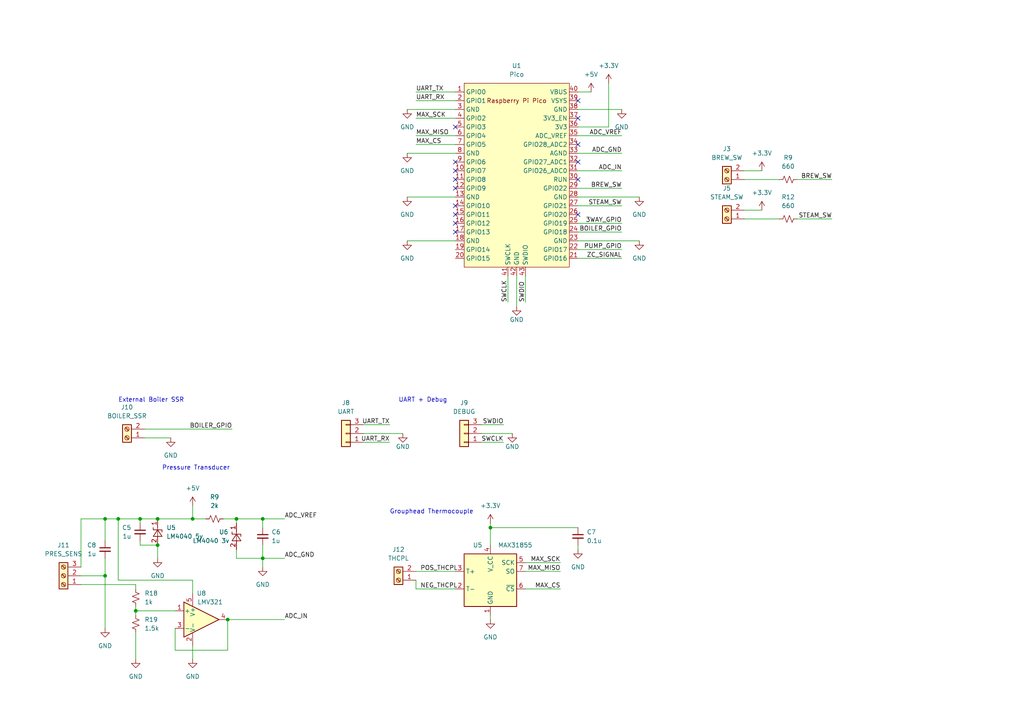
<source format=kicad_sch>
(kicad_sch (version 20230121) (generator eeschema)
  (paper "A4")
  (lib_symbols
    (symbol "Amplifier_Operational:LMV321" (pin_names (offset 0.127))
      (property "Reference" "U" (at 0 5.08 0))
      (property "Value" "LMV321" (at 0 -5.08 0))
      (symbol "LMV321_0_1"
        (polyline (pts (xy -5.08 5.08) (xy 5.08 0) (xy -5.08 -5.08) (xy -5.08 5.08)) (stroke (width 0.254)) (fill (type background)))
        (pin power_in line (at -2.54 -7.62 90) (length 3.81) (name "V-") (number "2"))
        (pin power_in line (at -2.54 7.62 270) (length 3.81) (name "V+") (number "5"))
      )
      (symbol "LMV321_1_1"
        (pin input line (at -7.62 2.54 0) (length 2.54) (name "+") (number "1"))
        (pin input line (at -7.62 -2.54 0) (length 2.54) (name "-") (number "3"))
        (pin output line (at 7.62 0 180) (length 2.54) (name "~") (number "4"))
      )
    )
    (symbol "Connector:Screw_Terminal_01x02" (pin_names (offset 1.016) hide)
      (property "Reference" "J" (at 0 2.54 0))
      (property "Value" "Screw_Terminal_01x02" (at 0 -5.08 0))
      (symbol "Screw_Terminal_01x02_1_1"
        (rectangle (start -1.27 1.27) (end 1.27 -3.81) (stroke (width 0.254)) (fill (type background)))
        (circle (center 0 -2.54) (radius 0.635) (stroke (width 0.1524)))
        (polyline (pts (xy -0.5334 -2.2098) (xy 0.3302 -3.048)) (stroke (width 0.1524)))
        (polyline (pts (xy -0.5334 0.3302) (xy 0.3302 -0.508)) (stroke (width 0.1524)))
        (polyline (pts (xy -0.3556 -2.032) (xy 0.508 -2.8702)) (stroke (width 0.1524)))
        (polyline (pts (xy -0.3556 0.508) (xy 0.508 -0.3302)) (stroke (width 0.1524)))
        (circle (center 0 0) (radius 0.635) (stroke (width 0.1524)))
        (pin passive line (at -5.08 0 0) (length 3.81) (name "Pin_1") (number "1"))
        (pin passive line (at -5.08 -2.54 0) (length 3.81) (name "Pin_2") (number "2"))
      )
    )
    (symbol "Connector:Screw_Terminal_01x03" (pin_names (offset 1.016) hide)
      (property "Reference" "J" (at 0 5.08 0))
      (property "Value" "Screw_Terminal_01x03" (at 0 -5.08 0))
      (symbol "Screw_Terminal_01x03_1_1"
        (rectangle (start -1.27 3.81) (end 1.27 -3.81) (stroke (width 0.254)) (fill (type background)))
        (circle (center 0 -2.54) (radius 0.635) (stroke (width 0.1524)))
        (polyline (pts (xy -0.5334 -2.2098) (xy 0.3302 -3.048)) (stroke (width 0.1524)))
        (polyline (pts (xy -0.5334 0.3302) (xy 0.3302 -0.508)) (stroke (width 0.1524)))
        (polyline (pts (xy -0.5334 2.8702) (xy 0.3302 2.032)) (stroke (width 0.1524)))
        (polyline (pts (xy -0.3556 -2.032) (xy 0.508 -2.8702)) (stroke (width 0.1524)))
        (polyline (pts (xy -0.3556 0.508) (xy 0.508 -0.3302)) (stroke (width 0.1524)))
        (polyline (pts (xy -0.3556 3.048) (xy 0.508 2.2098)) (stroke (width 0.1524)))
        (circle (center 0 0) (radius 0.635) (stroke (width 0.1524)))
        (circle (center 0 2.54) (radius 0.635) (stroke (width 0.1524)))
        (pin passive line (at -5.08 2.54 0) (length 3.81) (name "Pin_1") (number "1"))
        (pin passive line (at -5.08 0 0) (length 3.81) (name "Pin_2") (number "2"))
        (pin passive line (at -5.08 -2.54 0) (length 3.81) (name "Pin_3") (number "3"))
      )
    )
    (symbol "Connector_Generic:Conn_01x03" (pin_names (offset 1.016) hide)
      (property "Reference" "J" (at 0 5.08 0))
      (property "Value" "Conn_01x03" (at 0 -5.08 0))
      (symbol "Conn_01x03_1_1"
        (rectangle (start -1.27 -2.413) (end 0 -2.667) (stroke (width 0.1524)))
        (rectangle (start -1.27 0.127) (end 0 -0.127) (stroke (width 0.1524)))
        (rectangle (start -1.27 2.667) (end 0 2.413) (stroke (width 0.1524)))
        (rectangle (start -1.27 3.81) (end 1.27 -3.81) (stroke (width 0.254)) (fill (type background)))
        (pin passive line (at -5.08 2.54 0) (length 3.81) (name "Pin_1") (number "1"))
        (pin passive line (at -5.08 0 0) (length 3.81) (name "Pin_2") (number "2"))
        (pin passive line (at -5.08 -2.54 0) (length 3.81) (name "Pin_3") (number "3"))
      )
    )
    (symbol "Device:C_Small" (pin_numbers hide) (pin_names (offset 0.254) hide)
      (property "Reference" "C" (at 0.254 1.778 0))
      (property "Value" "C_Small" (at 0.254 -2.032 0))
      (symbol "C_Small_0_1"
        (polyline (pts (xy -1.524 -0.508) (xy 1.524 -0.508)) (stroke (width 0.3302)))
        (polyline (pts (xy -1.524 0.508) (xy 1.524 0.508)) (stroke (width 0.3048)))
      )
      (symbol "C_Small_1_1"
        (pin passive line (at 0 2.54 270) (length 2.032) (name "~") (number "1"))
        (pin passive line (at 0 -2.54 90) (length 2.032) (name "~") (number "2"))
      )
    )
    (symbol "Device:R_Small_US" (pin_numbers hide) (pin_names (offset 0.254) hide)
      (property "Reference" "R" (at 0.762 0.508 0))
      (property "Value" "R_Small_US" (at 0.762 -1.016 0))
      (symbol "R_Small_US_1_1"
        (polyline (pts (xy 0 0) (xy 1.016 -0.381) (xy 0 -0.762) (xy -1.016 -1.143) (xy 0 -1.524)))
        (polyline (pts (xy 0 1.524) (xy 1.016 1.143) (xy 0 0.762) (xy -1.016 0.381) (xy 0 0)))
        (pin passive line (at 0 2.54 270) (length 1.016) (name "~") (number "1"))
        (pin passive line (at 0 -2.54 90) (length 1.016) (name "~") (number "2"))
      )
    )
    (symbol "MCU_RaspberryPi_and_Boards:Pico"
      (property "Reference" "U" (at -13.97 27.94 0))
      (property "Value" "Pico" (at 0 19.05 0))
      (symbol "Pico_0_0"
        (text "Raspberry Pi Pico" (at 0 21.59 0) (effects (font (size 1.27 1.27))))
      )
      (symbol "Pico_0_1"
        (rectangle (start -15.24 26.67) (end 15.24 -26.67) (fill (type background)))
      )
      (symbol "Pico_1_1"
        (pin bidirectional line (at -17.78 24.13 0) (length 2.54) (name "GPIO0") (number "1"))
        (pin bidirectional line (at -17.78 1.27 0) (length 2.54) (name "GPIO7") (number "10"))
        (pin bidirectional line (at -17.78 -1.27 0) (length 2.54) (name "GPIO8") (number "11"))
        (pin bidirectional line (at -17.78 -3.81 0) (length 2.54) (name "GPIO9") (number "12"))
        (pin power_in line (at -17.78 -6.35 0) (length 2.54) (name "GND") (number "13"))
        (pin bidirectional line (at -17.78 -8.89 0) (length 2.54) (name "GPIO10") (number "14"))
        (pin bidirectional line (at -17.78 -11.43 0) (length 2.54) (name "GPIO11") (number "15"))
        (pin bidirectional line (at -17.78 -13.97 0) (length 2.54) (name "GPIO12") (number "16"))
        (pin bidirectional line (at -17.78 -16.51 0) (length 2.54) (name "GPIO13") (number "17"))
        (pin power_in line (at -17.78 -19.05 0) (length 2.54) (name "GND") (number "18"))
        (pin bidirectional line (at -17.78 -21.59 0) (length 2.54) (name "GPIO14") (number "19"))
        (pin bidirectional line (at -17.78 21.59 0) (length 2.54) (name "GPIO1") (number "2"))
        (pin bidirectional line (at -17.78 -24.13 0) (length 2.54) (name "GPIO15") (number "20"))
        (pin bidirectional line (at 17.78 -24.13 180) (length 2.54) (name "GPIO16") (number "21"))
        (pin bidirectional line (at 17.78 -21.59 180) (length 2.54) (name "GPIO17") (number "22"))
        (pin power_in line (at 17.78 -19.05 180) (length 2.54) (name "GND") (number "23"))
        (pin bidirectional line (at 17.78 -16.51 180) (length 2.54) (name "GPIO18") (number "24"))
        (pin bidirectional line (at 17.78 -13.97 180) (length 2.54) (name "GPIO19") (number "25"))
        (pin bidirectional line (at 17.78 -11.43 180) (length 2.54) (name "GPIO20") (number "26"))
        (pin bidirectional line (at 17.78 -8.89 180) (length 2.54) (name "GPIO21") (number "27"))
        (pin power_in line (at 17.78 -6.35 180) (length 2.54) (name "GND") (number "28"))
        (pin bidirectional line (at 17.78 -3.81 180) (length 2.54) (name "GPIO22") (number "29"))
        (pin power_in line (at -17.78 19.05 0) (length 2.54) (name "GND") (number "3"))
        (pin input line (at 17.78 -1.27 180) (length 2.54) (name "RUN") (number "30"))
        (pin bidirectional line (at 17.78 1.27 180) (length 2.54) (name "GPIO26_ADC0") (number "31"))
        (pin bidirectional line (at 17.78 3.81 180) (length 2.54) (name "GPIO27_ADC1") (number "32"))
        (pin power_in line (at 17.78 6.35 180) (length 2.54) (name "AGND") (number "33"))
        (pin bidirectional line (at 17.78 8.89 180) (length 2.54) (name "GPIO28_ADC2") (number "34"))
        (pin power_in line (at 17.78 11.43 180) (length 2.54) (name "ADC_VREF") (number "35"))
        (pin power_in line (at 17.78 13.97 180) (length 2.54) (name "3V3") (number "36"))
        (pin input line (at 17.78 16.51 180) (length 2.54) (name "3V3_EN") (number "37"))
        (pin bidirectional line (at 17.78 19.05 180) (length 2.54) (name "GND") (number "38"))
        (pin power_in line (at 17.78 21.59 180) (length 2.54) (name "VSYS") (number "39"))
        (pin bidirectional line (at -17.78 16.51 0) (length 2.54) (name "GPIO2") (number "4"))
        (pin power_in line (at 17.78 24.13 180) (length 2.54) (name "VBUS") (number "40"))
        (pin input line (at -2.54 -29.21 90) (length 2.54) (name "SWCLK") (number "41"))
        (pin power_in line (at 0 -29.21 90) (length 2.54) (name "GND") (number "42"))
        (pin bidirectional line (at 2.54 -29.21 90) (length 2.54) (name "SWDIO") (number "43"))
        (pin bidirectional line (at -17.78 13.97 0) (length 2.54) (name "GPIO3") (number "5"))
        (pin bidirectional line (at -17.78 11.43 0) (length 2.54) (name "GPIO4") (number "6"))
        (pin bidirectional line (at -17.78 8.89 0) (length 2.54) (name "GPIO5") (number "7"))
        (pin power_in line (at -17.78 6.35 0) (length 2.54) (name "GND") (number "8"))
        (pin bidirectional line (at -17.78 3.81 0) (length 2.54) (name "GPIO6") (number "9"))
      )
    )
    (symbol "Reference_Voltage:LM4040DBZ-3" (pin_names (offset 0.0254) hide)
      (property "Reference" "U" (at 0 2.54 0))
      (property "Value" "LM4040DBZ-3" (at 0 -3.175 0))
      (symbol "LM4040DBZ-3_0_1"
        (polyline (pts (xy -1.27 0) (xy 0 0) (xy 1.27 0)))
        (polyline (pts (xy -1.27 -1.27) (xy 0.635 0) (xy -1.27 1.27) (xy -1.27 -1.27)) (stroke (width 0.2032)))
        (polyline (pts (xy 0 -1.27) (xy 0.635 -1.27) (xy 0.635 1.27) (xy 1.27 1.27)) (stroke (width 0.2032)))
      )
      (symbol "LM4040DBZ-3_1_1"
        (pin passive line (at 3.81 0 180) (length 2.54) (name "K") (number "1"))
        (pin passive line (at -3.81 0 0) (length 2.54) (name "A") (number "2"))
      )
    )
    (symbol "Sensor_Temperature:MAX31855KASA"
      (property "Reference" "U" (at -7.62 8.89 0))
      (property "Value" "MAX31855KASA" (at 1.27 8.89 0))
      (symbol "MAX31855KASA_0_1"
        (rectangle (start -7.62 7.62) (end 7.62 -7.62) (stroke (width 0.254)) (fill (type background)))
      )
      (symbol "MAX31855KASA_1_1"
        (pin power_in line (at 0 -10.16 90) (length 2.54) (name "GND") (number "1"))
        (pin passive line (at -10.16 -2.54 0) (length 2.54) (name "T-") (number "2"))
        (pin passive line (at -10.16 2.54 0) (length 2.54) (name "T+") (number "3"))
        (pin power_in line (at 0 10.16 270) (length 2.54) (name "V_CC") (number "4"))
        (pin input line (at 10.16 5.08 180) (length 2.54) (name "SCK") (number "5"))
        (pin input line (at 10.16 -2.54 180) (length 2.54) (name "~{CS}") (number "6"))
        (pin tri_state line (at 10.16 2.54 180) (length 2.54) (name "SO") (number "7"))
      )
    )
    (symbol "power:+3.3V" (power) (pin_names (offset 0))
      (property "Value" "+3.3V" (at 0 3.556 0))
      (symbol "+3.3V_0_1"
        (polyline (pts (xy -0.762 1.27) (xy 0 2.54)))
        (polyline (pts (xy 0 0) (xy 0 2.54)))
        (polyline (pts (xy 0 2.54) (xy 0.762 1.27)))
      )
      (symbol "+3.3V_1_1"
        (pin power_in line (at 0 0 90) (length 0) hide (name "+3.3V") (number "1"))
      )
    )
    (symbol "power:+5V" (power) (pin_names (offset 0))
      (property "Value" "+5V" (at 0 3.556 0))
      (symbol "+5V_0_1"
        (polyline (pts (xy -0.762 1.27) (xy 0 2.54)))
        (polyline (pts (xy 0 0) (xy 0 2.54)))
        (polyline (pts (xy 0 2.54) (xy 0.762 1.27)))
      )
      (symbol "+5V_1_1"
        (pin power_in line (at 0 0 90) (length 0) hide (name "+5V") (number "1"))
      )
    )
    (symbol "power:GND" (power) (pin_names (offset 0))
      (property "Value" "GND" (at 0 -3.81 0))
      (symbol "GND_0_1"
        (polyline (pts (xy 0 0) (xy 0 -1.27) (xy 1.27 -1.27) (xy 0 -2.54) (xy -1.27 -1.27) (xy 0 -1.27)))
      )
      (symbol "GND_1_1"
        (pin power_in line (at 0 0 270) (length 0) hide (name "GND") (number "1"))
      )
    )
  )
  (junction (at 45.72 150.495))
  (junction (at 40.64 150.495))
  (junction (at 76.2 161.925))
  (junction (at 55.88 150.495))
  (junction (at 76.2 150.495))
  (junction (at 45.72 158.115))
  (junction (at 142.24 153.035))
  (junction (at 66.04 179.705))
  (junction (at 30.48 150.495))
  (junction (at 39.37 177.165))
  (junction (at 30.48 167.005))
  (junction (at 34.29 150.495))
  (junction (at 68.58 150.495))
  (no_connect (at 132.08 52.07))
  (no_connect (at 132.08 49.53))
  (no_connect (at 167.64 29.21))
  (no_connect (at 132.08 46.99))
  (no_connect (at 132.08 54.61))
  (no_connect (at 132.08 67.31))
  (no_connect (at 167.64 41.91))
  (no_connect (at 167.64 62.23))
  (no_connect (at 132.08 59.69))
  (no_connect (at 167.64 52.07))
  (no_connect (at 132.08 62.23))
  (no_connect (at 167.64 46.99))
  (no_connect (at 132.08 36.83))
  (no_connect (at 167.64 34.29))
  (no_connect (at 132.08 64.77))
  (wire (pts (xy 50.8 188.595) (xy 50.8 182.245)))
  (wire (pts (xy 167.64 59.69) (xy 180.34 59.69)))
  (wire (pts (xy 39.37 170.815) (xy 39.37 169.545)))
  (wire (pts (xy 55.88 191.135) (xy 55.88 187.325)))
  (wire (pts (xy 55.88 146.685) (xy 55.88 150.495)))
  (wire (pts (xy 226.06 63.5) (xy 215.9 63.5)))
  (wire (pts (xy 167.64 67.31) (xy 180.34 67.31)))
  (wire (pts (xy 23.495 169.545) (xy 39.37 169.545)))
  (wire (pts (xy 162.56 163.195) (xy 152.4 163.195)))
  (wire (pts (xy 147.32 87.63) (xy 147.32 80.01)))
  (wire (pts (xy 120.65 39.37) (xy 132.08 39.37)))
  (wire (pts (xy 55.88 150.495) (xy 59.69 150.495)))
  (wire (pts (xy 118.11 57.15) (xy 132.08 57.15)))
  (wire (pts (xy 40.64 150.495) (xy 40.64 151.765)))
  (wire (pts (xy 142.24 153.035) (xy 167.64 153.035)))
  (wire (pts (xy 76.2 164.465) (xy 76.2 161.925)))
  (wire (pts (xy 68.58 161.925) (xy 76.2 161.925)))
  (wire (pts (xy 34.29 168.275) (xy 55.88 168.275)))
  (wire (pts (xy 118.11 69.85) (xy 132.08 69.85)))
  (wire (pts (xy 167.64 44.45) (xy 180.34 44.45)))
  (wire (pts (xy 30.48 150.495) (xy 30.48 156.845)))
  (wire (pts (xy 167.64 49.53) (xy 180.34 49.53)))
  (wire (pts (xy 180.34 74.93) (xy 167.64 74.93)))
  (wire (pts (xy 50.8 188.595) (xy 66.04 188.595)))
  (wire (pts (xy 120.65 34.29) (xy 132.08 34.29)))
  (wire (pts (xy 167.64 69.85) (xy 185.42 69.85)))
  (wire (pts (xy 162.56 165.735) (xy 152.4 165.735)))
  (wire (pts (xy 241.3 63.5) (xy 231.14 63.5)))
  (wire (pts (xy 180.34 72.39) (xy 167.64 72.39)))
  (wire (pts (xy 39.37 177.165) (xy 50.8 177.165)))
  (wire (pts (xy 55.88 168.275) (xy 55.88 172.085)))
  (wire (pts (xy 167.64 158.115) (xy 167.64 159.385)))
  (wire (pts (xy 39.37 175.895) (xy 39.37 177.165)))
  (wire (pts (xy 152.4 87.63) (xy 152.4 80.01)))
  (wire (pts (xy 220.98 49.53) (xy 215.9 49.53)))
  (wire (pts (xy 40.64 156.845) (xy 40.64 158.115)))
  (wire (pts (xy 67.31 124.46) (xy 41.91 124.46)))
  (wire (pts (xy 118.11 44.45) (xy 132.08 44.45)))
  (wire (pts (xy 120.65 165.735) (xy 132.08 165.735)))
  (wire (pts (xy 76.2 161.925) (xy 76.2 158.115)))
  (wire (pts (xy 149.86 88.9) (xy 149.86 80.01)))
  (wire (pts (xy 120.65 41.91) (xy 132.08 41.91)))
  (wire (pts (xy 116.84 125.73) (xy 105.41 125.73)))
  (wire (pts (xy 148.59 125.73) (xy 139.7 125.73)))
  (wire (pts (xy 162.56 170.815) (xy 152.4 170.815)))
  (wire (pts (xy 105.41 123.19) (xy 113.03 123.19)))
  (wire (pts (xy 146.05 128.27) (xy 139.7 128.27)))
  (wire (pts (xy 118.11 31.75) (xy 132.08 31.75)))
  (wire (pts (xy 180.34 31.75) (xy 167.64 31.75)))
  (wire (pts (xy 167.64 39.37) (xy 180.34 39.37)))
  (wire (pts (xy 167.64 57.15) (xy 185.42 57.15)))
  (wire (pts (xy 30.48 161.925) (xy 30.48 167.005)))
  (wire (pts (xy 76.2 150.495) (xy 82.55 150.495)))
  (wire (pts (xy 40.64 150.495) (xy 45.72 150.495)))
  (wire (pts (xy 167.64 26.67) (xy 171.45 26.67)))
  (wire (pts (xy 39.37 183.515) (xy 39.37 191.135)))
  (wire (pts (xy 146.05 123.19) (xy 139.7 123.19)))
  (wire (pts (xy 220.98 60.96) (xy 215.9 60.96)))
  (wire (pts (xy 142.24 153.035) (xy 142.24 158.115)))
  (wire (pts (xy 66.04 179.705) (xy 82.55 179.705)))
  (wire (pts (xy 120.65 168.275) (xy 120.65 170.815)))
  (wire (pts (xy 176.53 36.83) (xy 167.64 36.83)))
  (wire (pts (xy 39.37 177.165) (xy 39.37 178.435)))
  (wire (pts (xy 142.24 178.435) (xy 142.24 179.705)))
  (wire (pts (xy 49.53 127) (xy 41.91 127)))
  (wire (pts (xy 176.53 24.13) (xy 176.53 36.83)))
  (wire (pts (xy 76.2 153.035) (xy 76.2 150.495)))
  (wire (pts (xy 23.495 167.005) (xy 30.48 167.005)))
  (wire (pts (xy 167.64 64.77) (xy 180.34 64.77)))
  (wire (pts (xy 241.3 52.07) (xy 231.14 52.07)))
  (wire (pts (xy 68.58 161.925) (xy 68.58 159.385)))
  (wire (pts (xy 113.03 128.27) (xy 105.41 128.27)))
  (wire (pts (xy 66.04 179.705) (xy 66.04 188.595)))
  (wire (pts (xy 120.65 170.815) (xy 132.08 170.815)))
  (wire (pts (xy 120.65 29.21) (xy 132.08 29.21)))
  (wire (pts (xy 226.06 52.07) (xy 215.9 52.07)))
  (wire (pts (xy 23.495 150.495) (xy 30.48 150.495)))
  (wire (pts (xy 68.58 151.765) (xy 68.58 150.495)))
  (wire (pts (xy 68.58 150.495) (xy 76.2 150.495)))
  (wire (pts (xy 34.29 150.495) (xy 40.64 150.495)))
  (wire (pts (xy 45.72 158.115) (xy 45.72 161.925)))
  (wire (pts (xy 30.48 150.495) (xy 34.29 150.495)))
  (wire (pts (xy 142.24 151.765) (xy 142.24 153.035)))
  (wire (pts (xy 40.64 158.115) (xy 45.72 158.115)))
  (wire (pts (xy 76.2 161.925) (xy 82.55 161.925)))
  (wire (pts (xy 34.29 150.495) (xy 34.29 168.275)))
  (wire (pts (xy 120.65 26.67) (xy 132.08 26.67)))
  (wire (pts (xy 23.495 150.495) (xy 23.495 164.465)))
  (wire (pts (xy 45.72 150.495) (xy 55.88 150.495)))
  (wire (pts (xy 30.48 167.005) (xy 30.48 182.245)))
  (wire (pts (xy 180.34 54.61) (xy 167.64 54.61)))
  (wire (pts (xy 64.77 150.495) (xy 68.58 150.495)))
  (text "UART + Debug" (at 115.57 116.84 0) (effects (font (size 1.27 1.27)) (justify left bottom)))
  (text "Grouphead Thermocouple" (at 113.03 149.225 0) (effects (font (size 1.27 1.27)) (justify left bottom)))
  (text "External Boiler SSR" (at 34.29 116.84 0) (effects (font (size 1.27 1.27)) (justify left bottom)))
  (text "Pressure Transducer" (at 46.99 136.525 0) (effects (font (size 1.27 1.27)) (justify left bottom)))
  (label "SWDIO" (at 152.4 87.63 90))
  (label "ADC_IN" (at 82.55 179.705 0))
  (label "MAX_SCK" (at 120.65 34.29 0))
  (label "SWDIO" (at 146.05 123.19 180))
  (label "SWCLK" (at 146.05 128.27 180))
  (label "NEG_THCPL" (at 121.92 170.815 0))
  (label "BREW_SW" (at 180.34 54.61 180))
  (label "UART_RX" (at 120.65 29.21 0))
  (label "MAX_MISO" (at 162.56 165.735 180))
  (label "STEAM_SW" (at 241.3 63.5 180))
  (label "UART_TX" (at 120.65 26.67 0))
  (label "STEAM_SW" (at 180.34 59.69 180))
  (label "MAX_CS" (at 120.65 41.91 0))
  (label "PUMP_GPIO" (at 180.34 72.39 180))
  (label "ADC_GND" (at 82.55 161.925 0))
  (label "BREW_SW" (at 241.3 52.07 180))
  (label "ADC_VREF" (at 82.55 150.495 0))
  (label "ZC_SIGNAL" (at 180.34 74.93 180))
  (label "UART_TX" (at 113.03 123.19 180))
  (label "BOILER_GPIO" (at 180.34 67.31 180))
  (label "SWCLK" (at 147.32 87.63 90))
  (label "BOILER_GPIO" (at 67.31 124.46 180))
  (label "POS_THCPL" (at 121.92 165.735 0))
  (label "ADC_VREF" (at 180.34 39.37 180))
  (label "MAX_SCK" (at 162.56 163.195 180))
  (label "MAX_MISO" (at 120.65 39.37 0))
  (label "ADC_IN" (at 180.34 49.53 180))
  (label "MAX_CS" (at 162.56 170.815 180))
  (label "3WAY_GPIO" (at 180.34 64.77 180))
  (label "ADC_GND" (at 180.34 44.45 180))
  (label "UART_RX" (at 113.03 128.27 180))
  (symbol (lib_id "Device:R_Small_US") (at 39.37 173.355 180) (unit 1)
    (property "Reference" "R18" (at 41.91 172.085 0) (effects (justify right)))
    (property "Value" "1k" (at 41.91 174.625 0) (effects (justify right)))
    (instances (project "Axis_V1" (path "" (reference "R18") (unit 1)) (path "" (reference "R19") (unit 1))) (project "Axis MCU" (path "" (reference "R1") (unit 1)) (path "" (reference "R1") (unit 1))))
  )
  (symbol (lib_id "Connector:Screw_Terminal_01x02") (at 210.82 52.07 180) (unit 1)
    (property "Reference" "J3" (at 210.82 43.18 0))
    (property "Value" "BREW_SW" (at 210.82 45.72 0))
    (property "Footprint" "TerminalBlock_MetzConnect:TerminalBlock_MetzConnect_Type101_RT01602HBWC_1x02_P5.08mm_Horizontal" (effects hide))
  )
  (symbol (lib_id "Device:R_Small_US") (at 62.23 150.495 270) (unit 1)
    (property "Reference" "R9" (at 62.23 144.145 90))
    (property "Value" "2k" (at 62.23 146.685 90))
    (instances (project "Axis_V1" (path "" (reference "R9") (unit 1)) (path "" (reference "R18") (unit 1))) (project "Axis MCU" (path "" (reference "R5") (unit 1)) (path "" (reference "R3") (unit 1))))
  )
  (symbol (lib_id "power:+3.3V") (at 176.53 24.13 0) (unit 1)
    (property "Reference" "#PWR01" (effects hide))
    (property "Value" "+3.3V" (at 176.53 19.05 0))
    (instances (project "Axis_V1" (path "" (reference "#PWR01") (unit 1)) (path "" (reference "#PWR09") (unit 1))))
  )
  (symbol (lib_id "Connector:Screw_Terminal_01x02") (at 210.82 63.5 180) (unit 1)
    (property "Reference" "J5" (at 210.82 54.61 0))
    (property "Value" "STEAM_SW" (at 210.82 57.15 0))
    (property "Footprint" "TerminalBlock_MetzConnect:TerminalBlock_MetzConnect_Type101_RT01602HBWC_1x02_P5.08mm_Horizontal" (effects hide))
  )
  (symbol (lib_id "Sensor_Temperature:MAX31855KASA") (at 142.24 168.275 0) (unit 1)
    (property "Reference" "U5" (at 137.16 158.115 0) (effects (justify left)))
    (property "Value" "MAX31855" (at 144.4341 158.115 0) (effects (justify left)))
    (property "Footprint" "Package_SO:SOIC-8_3.9x4.9mm_P1.27mm" (effects hide))
    (property "Datasheet" "http://datasheets.maximintegrated.com/en/ds/MAX31855.pdf" (effects hide))
    (instances (project "Axis_V1" (path "" (reference "U5") (unit 1)) (path "" (reference "U7") (unit 1))) (project "Axis MCU" (path "" (reference "U1") (unit 1)) (path "" (reference "U4") (unit 1))))
  )
  (symbol (lib_id "power:GND") (at 149.86 88.9 0) (unit 1)
    (property "Reference" "#PWR015" (effects hide))
    (property "Value" "GND" (at 149.86 92.71 0))
    (instances (project "Axis_V1" (path "" (reference "#PWR015") (unit 1)) (path "" (reference "#PWR07") (unit 1))))
  )
  (symbol (lib_id "Device:C_Small") (at 30.48 159.385 0) (unit 1)
    (property "Reference" "C8" (at 27.94 158.115 0) (effects (justify right)))
    (property "Value" "1u" (at 27.94 160.655 0) (effects (justify right)))
    (instances (project "Axis_V1" (path "" (reference "C8") (unit 1))) (project "Axis MCU" (path "" (reference "C4") (unit 1)) (path "" (reference "C1") (unit 1))))
  )
  (symbol (lib_id "Connector_Generic:Conn_01x03") (at 100.33 125.73 180) (unit 1)
    (property "Reference" "J8" (at 100.33 116.84 0))
    (property "Value" "UART" (at 100.33 119.38 0))
    (property "Footprint" "Library:1x03 Pin Header Holes" (effects hide))
    (instances (project "Axis_V1" (path "" (reference "J8") (unit 1)) (path "" (reference "J9") (unit 1))))
  )
  (symbol (lib_id "power:+3.3V") (at 142.24 151.765 0) (unit 1)
    (property "Reference" "#PWR024" (effects hide))
    (property "Value" "+3.3V" (at 142.24 146.685 0))
    (instances (project "Axis_V1" (path "" (reference "#PWR024") (unit 1)) (path "" (reference "#PWR026") (unit 1))) (project "Axis MCU" (path "" (reference "#PWR04") (unit 1)) (path "" (reference "#PWR012") (unit 1))))
  )
  (symbol (lib_id "Connector:Screw_Terminal_01x02") (at 115.57 168.275 180) (unit 1)
    (property "Reference" "J12" (at 115.57 159.385 0))
    (property "Value" "THCPL" (at 115.57 161.925 0))
    (property "Footprint" "TerminalBlock_MetzConnect:TerminalBlock_MetzConnect_Type101_RT01602HBWC_1x02_P5.08mm_Horizontal" (effects hide))
    (instances (project "Axis_V1" (path "" (reference "J12") (unit 1)) (path "" (reference "J12") (unit 1))) (project "Axis MCU" (path "" (reference "J4") (unit 1)) (path "" (reference "J2") (unit 1))))
  )
  (symbol (lib_id "power:GND") (at 116.84 125.73 0) (unit 1)
    (property "Reference" "#PWR020" (effects hide))
    (property "Value" "GND" (at 116.84 129.54 0))
    (instances (project "Axis_V1" (path "" (reference "#PWR020") (unit 1)) (path "" (reference "#PWR021") (unit 1))))
  )
  (symbol (lib_id "Device:R_Small_US") (at 228.6 52.07 270) (unit 1)
    (property "Reference" "R9" (at 228.6 45.72 90))
    (property "Value" "660" (at 228.6 48.26 90))
  )
  (symbol (lib_id "Device:R_Small_US") (at 39.37 180.975 180) (unit 1)
    (property "Reference" "R19" (at 41.91 179.705 0) (effects (justify right)))
    (property "Value" "1.5k" (at 41.91 182.245 0) (effects (justify right)))
    (instances (project "Axis_V1" (path "" (reference "R19") (unit 1)) (path "" (reference "R20") (unit 1))) (project "Axis MCU" (path "" (reference "R2") (unit 1)) (path "" (reference "R2") (unit 1))))
  )
  (symbol (lib_id "Connector:Screw_Terminal_01x02") (at 36.83 127 180) (unit 1)
    (property "Reference" "J10" (at 36.83 118.11 0))
    (property "Value" "BOILER_SSR" (at 36.83 120.65 0))
    (property "Footprint" "TerminalBlock_MetzConnect:TerminalBlock_MetzConnect_Type101_RT01602HBWC_1x02_P5.08mm_Horizontal" (effects hide))
    (instances (project "Axis_V1" (path "" (reference "J10") (unit 1)) (path "" (reference "J8") (unit 1))))
  )
  (symbol (lib_id "power:GND") (at 76.2 164.465 0) (unit 1)
    (property "Reference" "#PWR025" (effects hide))
    (property "Value" "GND" (at 76.2 169.545 0))
    (instances (project "Axis_V1" (path "" (reference "#PWR025") (unit 1)) (path "" (reference "#PWR029") (unit 1))) (project "Axis MCU" (path "" (reference "#PWR023") (unit 1)) (path "" (reference "#PWR06") (unit 1))))
  )
  (symbol (lib_id "Connector:Screw_Terminal_01x03") (at 18.415 167.005 180) (unit 1)
    (property "Reference" "J11" (at 18.415 158.115 0))
    (property "Value" "PRES_SENS" (at 18.415 160.655 0))
    (property "Footprint" "Connector_JST:JST_PH_B3B-PH-K_1x03_P2.00mm_Vertical" (effects hide))
    (instances (project "Axis_V1" (path "" (reference "J11") (unit 1)) (path "" (reference "J6") (unit 1))) (project "Axis MCU" (path "" (reference "J5") (unit 1)) (path "" (reference "J1") (unit 1))))
  )
  (symbol (lib_id "power:+3.3V") (at 220.98 49.53 0) (unit 1)
    (property "Reference" "#PWR012" (effects hide))
    (property "Value" "+3.3V" (at 220.98 44.45 0))
    (instances (project "Axis_V1" (path "" (reference "#PWR012") (unit 1)) (path "" (reference "#PWR015") (unit 1))))
  )
  (symbol (lib_id "power:GND") (at 118.11 31.75 0) (unit 1)
    (property "Reference" "#PWR02" (effects hide))
    (property "Value" "GND" (at 118.11 36.83 0))
    (instances (project "Axis_V1" (path "" (reference "#PWR02") (unit 1)) (path "" (reference "#PWR01") (unit 1))))
  )
  (symbol (lib_id "power:GND") (at 148.59 125.73 0) (unit 1)
    (property "Reference" "#PWR021" (effects hide))
    (property "Value" "GND" (at 148.59 129.54 0))
    (instances (project "Axis_V1" (path "" (reference "#PWR021") (unit 1)) (path "" (reference "#PWR022") (unit 1))))
  )
  (symbol (lib_id "power:GND") (at 185.42 69.85 0) (unit 1)
    (property "Reference" "#PWR010" (effects hide))
    (property "Value" "GND" (at 185.42 74.93 0))
    (instances (project "Axis_V1" (path "" (reference "#PWR010") (unit 1)) (path "" (reference "#PWR013") (unit 1))))
  )
  (symbol (lib_id "Device:R_Small_US") (at 228.6 63.5 90) (unit 1)
    (property "Reference" "R12" (at 228.6 57.15 90))
    (property "Value" "660" (at 228.6 59.69 90))
  )
  (symbol (lib_id "power:+3.3V") (at 220.98 60.96 0) (unit 1)
    (property "Reference" "#PWR013" (effects hide))
    (property "Value" "+3.3V" (at 220.98 55.88 0))
    (instances (project "Axis_V1" (path "" (reference "#PWR013") (unit 1)) (path "" (reference "#PWR016") (unit 1))))
  )
  (symbol (lib_id "power:GND") (at 118.11 44.45 0) (unit 1)
    (property "Reference" "#PWR05" (effects hide))
    (property "Value" "GND" (at 118.11 49.53 0))
    (instances (project "Axis_V1" (path "" (reference "#PWR05") (unit 1)) (path "" (reference "#PWR02") (unit 1))))
  )
  (symbol (lib_id "Device:C_Small") (at 167.64 155.575 0) (unit 1)
    (property "Reference" "C7" (at 170.18 154.3113 0) (effects (justify left)))
    (property "Value" "0.1u" (at 170.18 156.8513 0) (effects (justify left)))
    (instances (project "Axis_V1" (path "" (reference "C7") (unit 1))) (project "Axis MCU" (path "" (reference "C3") (unit 1)) (path "" (reference "C4") (unit 1))))
  )
  (symbol (lib_id "Device:C_Small") (at 76.2 155.575 0) (unit 1)
    (property "Reference" "C6" (at 78.74 154.3113 0) (effects (justify left)))
    (property "Value" "1u" (at 78.74 156.8513 0) (effects (justify left)))
    (instances (project "Axis_V1" (path "" (reference "C6") (unit 1))) (project "Axis MCU" (path "" (reference "C1") (unit 1)) (path "" (reference "C3") (unit 1))))
  )
  (symbol (lib_id "power:GND") (at 49.53 127 0) (unit 1)
    (property "Reference" "#PWR022" (effects hide))
    (property "Value" "GND" (at 49.53 132.08 0))
    (instances (project "Axis_V1" (path "" (reference "#PWR022") (unit 1)) (path "" (reference "#PWR020") (unit 1))))
  )
  (symbol (lib_id "Reference_Voltage:LM4040DBZ-3") (at 45.72 154.305 90) (unit 1)
    (property "Reference" "U5" (at 48.26 153.035 90) (effects (justify right)))
    (property "Value" "LM4040 5v" (at 48.26 155.575 90) (effects (justify right)))
    (property "Footprint" "Package_TO_SOT_SMD:SOT-23" (effects hide))
    (property "Datasheet" "http://www.ti.com/lit/ds/symlink/lm4040-n.pdf" (effects hide))
    (instances (project "Axis_V1" (path "" (reference "U5") (unit 1))) (project "Axis MCU" (path "" (reference "U5") (unit 1)) (path "" (reference "U1") (unit 1))))
  )
  (symbol (lib_id "Reference_Voltage:LM4040DBZ-3") (at 68.58 155.575 90) (unit 1)
    (property "Reference" "U6" (at 63.5 154.305 90) (effects (justify right)))
    (property "Value" "LM4040 3v" (at 55.88 156.845 90) (effects (justify right)))
    (property "Footprint" "Package_TO_SOT_SMD:SOT-23" (effects hide))
    (property "Datasheet" "http://www.ti.com/lit/ds/symlink/lm4040-n.pdf" (effects hide))
    (instances (project "Axis_V1" (path "" (reference "U6") (unit 1))) (project "Axis MCU" (path "" (reference "U3") (unit 1)) (path "" (reference "U3") (unit 1))))
  )
  (symbol (lib_id "Amplifier_Operational:LMV321") (at 58.42 179.705 0) (unit 1)
    (property "Reference" "U8" (at 58.42 172.085 0))
    (property "Value" "LMV321" (at 60.96 174.625 0))
    (property "Footprint" "Package_TO_SOT_SMD:SOT-23-5" (effects hide))
    (property "Datasheet" "http://www.ti.com/lit/ds/symlink/lmv324.pdf" (effects hide))
    (instances (project "Axis_V1" (path "" (reference "U8") (unit 1))) (project "Axis MCU" (path "" (reference "U4") (unit 1)) (path "" (reference "U2") (unit 1))))
  )
  (symbol (lib_id "power:GND") (at 180.34 31.75 0) (unit 1)
    (property "Reference" "#PWR03" (effects hide))
    (property "Value" "GND" (at 180.34 36.83 0))
    (instances (project "Axis_V1" (path "" (reference "#PWR03") (unit 1)) (path "" (reference "#PWR010") (unit 1))))
  )
  (symbol (lib_id "power:GND") (at 167.64 159.385 0) (unit 1)
    (property "Reference" "#PWR031" (effects hide))
    (property "Value" "GND" (at 167.64 164.465 0))
    (instances (project "Axis_V1" (path "" (reference "#PWR031") (unit 1)) (path "" (reference "#PWR027") (unit 1))) (project "Axis MCU" (path "" (reference "#PWR06") (unit 1)) (path "" (reference "#PWR014") (unit 1))))
  )
  (symbol (lib_id "power:GND") (at 142.24 179.705 0) (unit 1)
    (property "Reference" "#PWR031" (effects hide))
    (property "Value" "GND" (at 142.24 184.785 0))
    (instances (project "Axis_V1" (path "" (reference "#PWR031") (unit 1)) (path "" (reference "#PWR030") (unit 1))) (project "Axis MCU" (path "" (reference "#PWR05") (unit 1)) (path "" (reference "#PWR013") (unit 1))))
  )
  (symbol (lib_id "power:+5V") (at 171.45 26.67 0) (unit 1)
    (property "Reference" "#PWR032" (effects hide))
    (property "Value" "+5V" (at 171.45 21.59 0))
    (instances (project "Axis_V1" (path "" (reference "#PWR032") (unit 1)) (path "" (reference "#PWR08") (unit 1))))
  )
  (symbol (lib_id "power:+5V") (at 55.88 146.685 0) (unit 1)
    (property "Reference" "#PWR032" (effects hide))
    (property "Value" "+5V" (at 55.88 141.605 0))
    (instances (project "Axis_V1" (path "" (reference "#PWR032") (unit 1)) (path "" (reference "#PWR017") (unit 1))) (project "Axis MCU" (path "" (reference "#PWR020") (unit 1)) (path "" (reference "#PWR04") (unit 1))))
  )
  (symbol (lib_id "power:GND") (at 45.72 161.925 0) (unit 1)
    (property "Reference" "#PWR025" (effects hide))
    (property "Value" "GND" (at 45.72 167.005 0))
    (instances (project "Axis_V1" (path "" (reference "#PWR025") (unit 1)) (path "" (reference "#PWR028") (unit 1))) (project "Axis MCU" (path "" (reference "#PWR024") (unit 1)) (path "" (reference "#PWR03") (unit 1))))
  )
  (symbol (lib_id "power:GND") (at 39.37 191.135 0) (unit 1)
    (property "Reference" "#PWR025" (effects hide))
    (property "Value" "GND" (at 39.37 196.215 0))
    (instances (project "Axis_V1" (path "" (reference "#PWR025") (unit 1)) (path "" (reference "#PWR032") (unit 1))) (project "Axis MCU" (path "" (reference "#PWR022") (unit 1)) (path "" (reference "#PWR02") (unit 1))))
  )
  (symbol (lib_id "power:GND") (at 55.88 191.135 0) (unit 1)
    (property "Reference" "#PWR025" (effects hide))
    (property "Value" "GND" (at 55.88 196.215 0))
    (instances (project "Axis_V1" (path "" (reference "#PWR025") (unit 1)) (path "" (reference "#PWR033") (unit 1))) (project "Axis MCU" (path "" (reference "#PWR021") (unit 1)) (path "" (reference "#PWR05") (unit 1))))
  )
  (symbol (lib_id "power:GND") (at 118.11 57.15 0) (unit 1)
    (property "Reference" "#PWR07" (effects hide))
    (property "Value" "GND" (at 118.11 62.23 0))
    (instances (project "Axis_V1" (path "" (reference "#PWR07") (unit 1)) (path "" (reference "#PWR03") (unit 1))))
  )
  (symbol (lib_id "Device:C_Small") (at 40.64 154.305 0) (unit 1)
    (property "Reference" "C5" (at 38.1 153.035 0) (effects (justify right)))
    (property "Value" "1u" (at 38.1 155.575 0) (effects (justify right)))
    (instances (project "Axis_V1" (path "" (reference "C5") (unit 1))) (project "Axis MCU" (path "" (reference "C2") (unit 1)) (path "" (reference "C2") (unit 1))))
  )
  (symbol (lib_id "power:GND") (at 118.11 69.85 0) (unit 1)
    (property "Reference" "#PWR09" (effects hide))
    (property "Value" "GND" (at 118.11 74.93 0))
    (instances (project "Axis_V1" (path "" (reference "#PWR09") (unit 1)) (path "" (reference "#PWR05") (unit 1))))
  )
  (symbol (lib_id "power:GND") (at 30.48 182.245 0) (unit 1)
    (property "Reference" "#PWR025" (effects hide))
    (property "Value" "GND" (at 30.48 187.325 0))
    (instances (project "Axis_V1" (path "" (reference "#PWR025") (unit 1)) (path "" (reference "#PWR031") (unit 1))) (project "Axis MCU" (path "" (reference "#PWR07") (unit 1)) (path "" (reference "#PWR01") (unit 1))))
  )
  (symbol (lib_id "Connector_Generic:Conn_01x03") (at 134.62 125.73 180) (unit 1)
    (property "Reference" "J9" (at 134.62 116.84 0))
    (property "Value" "DEBUG" (at 134.62 119.38 0))
    (property "Footprint" "Library:1x03 Pin Header Holes" (effects hide))
    (instances (project "Axis_V1" (path "" (reference "J9") (unit 1)) (path "" (reference "J10") (unit 1))))
  )
  (symbol (lib_id "power:GND") (at 185.42 57.15 0) (unit 1)
    (property "Reference" "#PWR08" (effects hide))
    (property "Value" "GND" (at 185.42 62.23 0))
    (instances (project "Axis_V1" (path "" (reference "#PWR08") (unit 1)) (path "" (reference "#PWR012") (unit 1))))
  )
  (symbol (lib_id "MCU_RaspberryPi_and_Boards:Pico") (at 149.86 50.8 0) (unit 1)
    (property "Reference" "U1" (at 149.86 19.05 0))
    (property "Value" "Pico" (at 149.86 21.59 0))
    (property "Footprint" "MCU_RaspberryPi_and_Boards:RPi_Pico_SMD_TH" (effects hide))
  )
)
</source>
